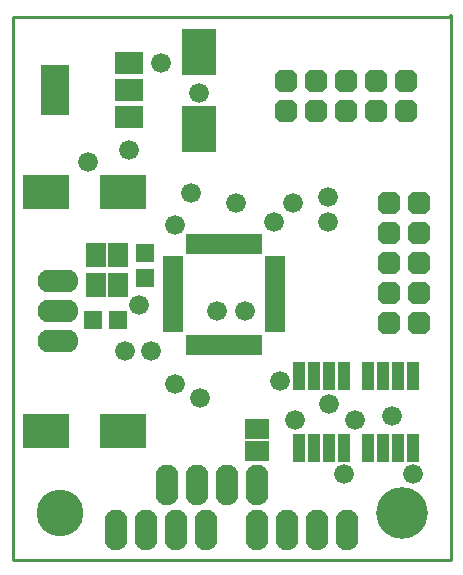
<source format=gts>
%FSLAX44Y44*%
%MOMM*%
G71*
G01*
G75*
G04 Layer_Color=8388736*
%ADD10R,0.5588X1.2700*%
%ADD11R,1.2700X0.5588*%
%ADD12R,2.5146X3.5052*%
%ADD13R,3.5052X2.5146*%
%ADD14R,1.3208X1.6002*%
%ADD15R,1.2192X1.2192*%
%ADD16R,0.6604X2.0320*%
%ADD17R,1.2192X1.2192*%
%ADD18R,2.0066X1.5240*%
%ADD19R,2.0066X3.8100*%
%ADD20R,1.6002X1.3208*%
%ADD21C,0.8128*%
%ADD22C,0.4064*%
%ADD23C,0.3048*%
%ADD24C,0.3050*%
%ADD25C,0.4060*%
%ADD26C,0.2540*%
G04:AMPARAMS|DCode=27|XSize=1.524mm|YSize=1.524mm|CornerRadius=0mm|HoleSize=0mm|Usage=FLASHONLY|Rotation=0.000|XOffset=0mm|YOffset=0mm|HoleType=Round|Shape=Octagon|*
%AMOCTAGOND27*
4,1,8,0.7620,-0.3810,0.7620,0.3810,0.3810,0.7620,-0.3810,0.7620,-0.7620,0.3810,-0.7620,-0.3810,-0.3810,-0.7620,0.3810,-0.7620,0.7620,-0.3810,0.0*
%
%ADD27OCTAGOND27*%

%ADD28O,3.0480X1.5240*%
%ADD29O,1.5240X3.0480*%
G04:AMPARAMS|DCode=30|XSize=1.524mm|YSize=1.524mm|CornerRadius=0mm|HoleSize=0mm|Usage=FLASHONLY|Rotation=270.000|XOffset=0mm|YOffset=0mm|HoleType=Round|Shape=Octagon|*
%AMOCTAGOND30*
4,1,8,-0.3810,-0.7620,0.3810,-0.7620,0.7620,-0.3810,0.7620,0.3810,0.3810,0.7620,-0.3810,0.7620,-0.7620,0.3810,-0.7620,-0.3810,-0.3810,-0.7620,0.0*
%
%ADD30OCTAGOND30*%

%ADD31C,3.5560*%
%ADD32C,1.2700*%
%ADD33R,0.8128X1.2192*%
%ADD34R,1.2192X0.8128*%
%ADD35R,1.0160X1.5240*%
%ADD36R,1.0160X1.2192*%
%ADD37R,2.7432X2.1590*%
%ADD38C,0.6096*%
%ADD39C,0.1524*%
%ADD40C,0.2032*%
%ADD41C,0.0000*%
%ADD42C,0.0508*%
%ADD43C,0.0518*%
%ADD44C,0.0648*%
%ADD45R,0.2032X0.2016*%
%ADD46R,1.2700X1.9050*%
%ADD47R,0.7620X1.7780*%
%ADD48R,1.2700X0.7620*%
%ADD49R,0.2016X0.2032*%
%ADD50R,0.9652X1.6764*%
%ADD51R,1.6764X0.9652*%
%ADD52R,2.9210X3.9116*%
%ADD53R,3.9116X2.9210*%
%ADD54R,1.7272X2.0066*%
%ADD55R,1.6256X1.6256*%
%ADD56R,1.0668X2.4384*%
%ADD57R,1.6256X1.6256*%
%ADD58R,2.4130X1.9304*%
%ADD59R,2.4130X4.2164*%
%ADD60R,2.0066X1.7272*%
G04:AMPARAMS|DCode=61|XSize=1.9304mm|YSize=1.9304mm|CornerRadius=0mm|HoleSize=0mm|Usage=FLASHONLY|Rotation=0.000|XOffset=0mm|YOffset=0mm|HoleType=Round|Shape=Octagon|*
%AMOCTAGOND61*
4,1,8,0.9652,-0.4826,0.9652,0.4826,0.4826,0.9652,-0.4826,0.9652,-0.9652,0.4826,-0.9652,-0.4826,-0.4826,-0.9652,0.4826,-0.9652,0.9652,-0.4826,0.0*
%
%ADD61OCTAGOND61*%

%ADD62O,3.4544X1.9304*%
%ADD63O,1.9304X3.4544*%
G04:AMPARAMS|DCode=64|XSize=1.9304mm|YSize=1.9304mm|CornerRadius=0mm|HoleSize=0mm|Usage=FLASHONLY|Rotation=270.000|XOffset=0mm|YOffset=0mm|HoleType=Round|Shape=Octagon|*
%AMOCTAGOND64*
4,1,8,-0.4826,-0.9652,0.4826,-0.9652,0.9652,-0.4826,0.9652,0.4826,0.4826,0.9652,-0.4826,0.9652,-0.9652,0.4826,-0.9652,-0.4826,-0.4826,-0.9652,0.0*
%
%ADD64OCTAGOND64*%

%ADD65C,4.3688*%
%ADD66C,3.9624*%
%ADD67C,1.6764*%
D26*
X0Y0D02*
X370840D01*
Y461010D01*
X369570Y459740D02*
X370840Y461010D01*
X0Y459740D02*
X369570D01*
X0Y0D02*
Y459740D01*
D50*
X150876Y181864D02*
D03*
X159004D02*
D03*
X166878D02*
D03*
X175006D02*
D03*
X183070D02*
D03*
X191070D02*
D03*
X199070D02*
D03*
X207070D02*
D03*
Y267716D02*
D03*
X199070D02*
D03*
X191070D02*
D03*
X183070D02*
D03*
X175006D02*
D03*
X166878D02*
D03*
X159004D02*
D03*
X150876D02*
D03*
D51*
X221996Y196790D02*
D03*
Y204790D02*
D03*
Y212790D02*
D03*
Y220790D02*
D03*
Y228854D02*
D03*
Y236982D02*
D03*
Y244856D02*
D03*
Y252984D02*
D03*
X136144D02*
D03*
Y244856D02*
D03*
Y236982D02*
D03*
Y228854D02*
D03*
Y220790D02*
D03*
Y212790D02*
D03*
Y204790D02*
D03*
Y196790D02*
D03*
D52*
X157480Y430010D02*
D03*
Y364998D02*
D03*
D53*
X93460Y311150D02*
D03*
X28448D02*
D03*
X28460Y109220D02*
D03*
X93472D02*
D03*
D54*
X70510Y257810D02*
D03*
X89662D02*
D03*
X70510Y232410D02*
D03*
X89662D02*
D03*
D55*
X68072Y203200D02*
D03*
X89240D02*
D03*
D56*
X242281Y94246D02*
D03*
Y155714D02*
D03*
X254981Y94246D02*
D03*
X267681D02*
D03*
X254981Y155714D02*
D03*
X267681D02*
D03*
X280381Y94246D02*
D03*
Y155714D02*
D03*
X300701Y94246D02*
D03*
Y155714D02*
D03*
X313401Y94246D02*
D03*
X326101D02*
D03*
X313401Y155714D02*
D03*
X326101D02*
D03*
X338801Y94246D02*
D03*
Y155714D02*
D03*
D57*
X111760Y238252D02*
D03*
Y259420D02*
D03*
D58*
X98810Y374510D02*
D03*
Y397510D02*
D03*
Y420624D02*
D03*
D59*
X35560Y397510D02*
D03*
D60*
X207010Y111100D02*
D03*
Y91948D02*
D03*
D61*
X231140Y379730D02*
D03*
Y405130D02*
D03*
X256540Y379730D02*
D03*
Y405130D02*
D03*
X281940Y379730D02*
D03*
Y405130D02*
D03*
X307340Y379730D02*
D03*
Y405130D02*
D03*
X332740Y379730D02*
D03*
Y405130D02*
D03*
D62*
X38100Y185420D02*
D03*
Y210820D02*
D03*
Y236220D02*
D03*
D63*
X163830Y25400D02*
D03*
X138430D02*
D03*
X113030D02*
D03*
X87630D02*
D03*
X283210D02*
D03*
X257810D02*
D03*
X232410D02*
D03*
X207010D02*
D03*
X130810Y63500D02*
D03*
X156210D02*
D03*
X181610D02*
D03*
X207010D02*
D03*
D64*
X344170Y200660D02*
D03*
Y226060D02*
D03*
Y251460D02*
D03*
Y276860D02*
D03*
Y302260D02*
D03*
X318770Y200660D02*
D03*
Y226060D02*
D03*
Y251460D02*
D03*
Y276860D02*
D03*
Y302260D02*
D03*
D65*
X330000Y40000D02*
D03*
D66*
X40000D02*
D03*
D67*
X63500Y336550D02*
D03*
X125730Y420370D02*
D03*
X280670Y72390D02*
D03*
X339090D02*
D03*
X321310Y121920D02*
D03*
X267970Y132080D02*
D03*
X226060Y151130D02*
D03*
X238760Y118110D02*
D03*
X289560D02*
D03*
X98810Y346960D02*
D03*
X157480Y394970D02*
D03*
X137160Y283210D02*
D03*
X150876Y310896D02*
D03*
X137160Y148590D02*
D03*
X158750Y137160D02*
D03*
X95250Y176530D02*
D03*
X116840D02*
D03*
X106680Y215900D02*
D03*
X266700Y307340D02*
D03*
Y285750D02*
D03*
X237490Y302260D02*
D03*
X220980Y285750D02*
D03*
X189230Y302260D02*
D03*
X172720Y210820D02*
D03*
X196850D02*
D03*
M02*

</source>
